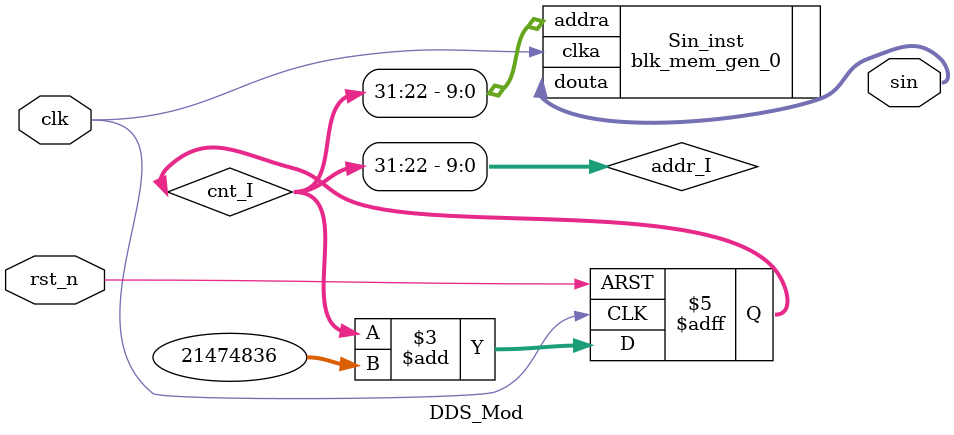
<source format=v>
`timescale 1ns / 1ps


module DDS_Mod(
    input 	clk,
    input   rst_n,

	output  signed  [11:0]  sin		//µ÷ÖÆÐÅºÅ
);
//--------------------------------------------------------//
parameter   Freq = 32'd21474836;	//5kHz
parameter   cnt_width =  8'd32;    
//--------------------------------------------------------//

//--------------------------------------------------------//
reg     [cnt_width-1:0]cnt_I = 0;
wire    [9:0] 	addr_I;

always @(posedge clk or negedge rst_n) begin
	if(!rst_n)	begin
		cnt_I <= 0;
	end
	else	begin
	    cnt_I <= cnt_I + Freq;
	end
end

assign  addr_I = cnt_I[cnt_width-1:cnt_width-10];
//--------------------------------------------------------//

//--------------------µ÷ÓÃÒ»¸öµ¥¿ÚROMºË¡¢µ÷ÓÃÃû³Æ²Î¿¼veoÎÄ¼þ--------------------//
blk_mem_gen_0		Sin_inst(
  	.clka		(clk),
  	.addra		(addr_I),
  	.douta		(sin)
);

endmodule



</source>
